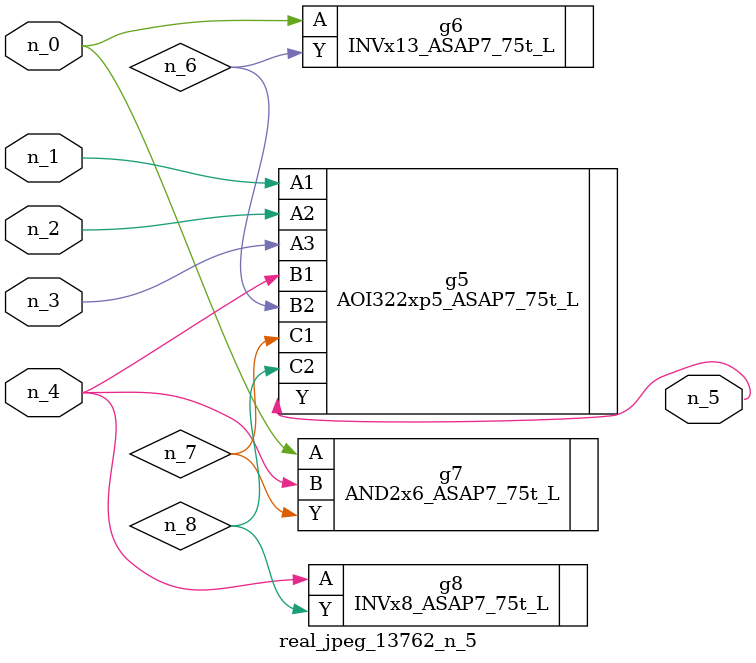
<source format=v>
module real_jpeg_13762_n_5 (n_4, n_0, n_1, n_2, n_3, n_5);

input n_4;
input n_0;
input n_1;
input n_2;
input n_3;

output n_5;

wire n_8;
wire n_6;
wire n_7;

INVx13_ASAP7_75t_L g6 ( 
.A(n_0),
.Y(n_6)
);

AND2x6_ASAP7_75t_L g7 ( 
.A(n_0),
.B(n_4),
.Y(n_7)
);

AOI322xp5_ASAP7_75t_L g5 ( 
.A1(n_1),
.A2(n_2),
.A3(n_3),
.B1(n_4),
.B2(n_6),
.C1(n_7),
.C2(n_8),
.Y(n_5)
);

INVx8_ASAP7_75t_L g8 ( 
.A(n_4),
.Y(n_8)
);


endmodule
</source>
